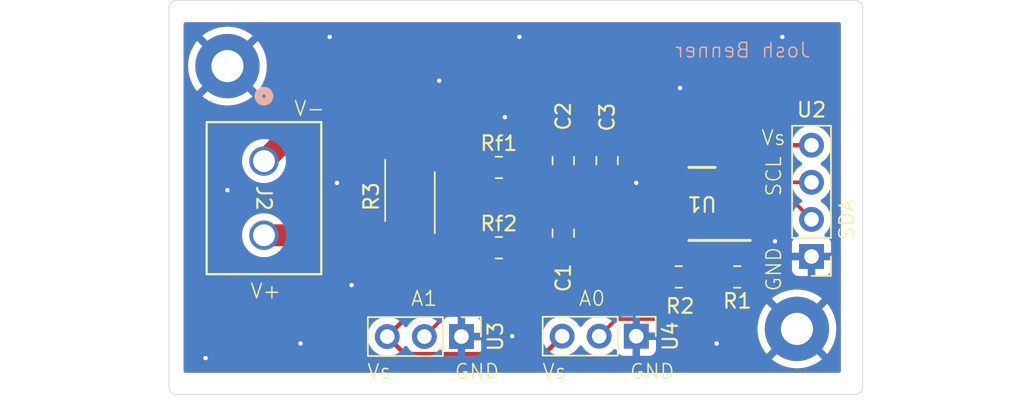
<source format=kicad_pcb>
(kicad_pcb (version 20240108) (generator "pcbnew") (generator_version "8.0")
  (layers (0 "F.Cu" signal) (31 "B.Cu" signal) (34 "B.Paste" user) (35 "F.Paste" user) (36 "B.SilkS" user "B.Silkscreen") (37 "F.SilkS" user "F.Silkscreen") (38 "B.Mask" user) (39 "F.Mask" user) (44 "Edge.Cuts" user))
  (net 0 "")
  (net 1 "Net-(U1-VIN-)")
  (net 2 "Net-(U1-VIN+)")
  (net 3 "Net-(U1-VS)")
  (net 4 "GND")
  (net 5 "Net-(R1-Pad2)")
  (net 6 "Net-(U1-A0)")
  (net 7 "Net-(U1-A1)")
  (net 8 "Net-(R2-Pad2)")
  (net 9 "Net-(J2-Pin_2)")
  (net 10 "Net-(J2-Pin_1)")
  (net 11 "Net-(R3-Pad3)")
  (net 12 "Net-(R3-Pad2)")
  (net 13 "/I2C_SCL")
  (net 14 "/I2C_SDA")
  (footprint "Resistor_SMD:R_0805_2012Metric" (layer "F.Cu") (at 195.4125 97.9625 180)
    (property "Reference" "R1" (at 0 -1.65 180) (layer "F.SilkS"))
    (property "Value" "0")
    (fp_line (start -0.227064 0.735) (end 0.227064 0.735) (stroke (width 0.12)) (layer "F.SilkS"))
    (fp_line (start -0.227064 -0.735) (end 0.227064 -0.735) (stroke (width 0.12)) (layer "F.SilkS"))
    (pad "1" smd roundrect (at -0.9125 0 180) (size 1.025 1.4) (layers "F.Cu" "F.Paste" "F.Mask") (roundrect_rratio 0.243902) (net 6 "Net-(U1-A0)"))
    (pad "2" smd roundrect (at 0.9125 0 180) (size 1.025 1.4) (layers "F.Cu" "F.Paste" "F.Mask") (roundrect_rratio 0.243902) (net 5 "Net-(R1-Pad2)"))
  )
  (footprint "Resistor_SMD:R_0805_2012Metric" (layer "F.Cu") (at 179.0875 90.4625)
    (property "Reference" "Rf1" (at 0 -1.65 0) (layer "F.SilkS"))
    (property "Value" "10Ω")
    (fp_line (start -0.227064 -0.735) (end 0.227064 -0.735) (stroke (width 0.12)) (layer "F.SilkS"))
    (fp_line (start -0.227064 0.735) (end 0.227064 0.735) (stroke (width 0.12)) (layer "F.SilkS"))
    (pad "1" smd roundrect (at -0.9125 0) (size 1.025 1.4) (layers "F.Cu" "F.Paste" "F.Mask") (roundrect_rratio 0.243902) (net 11 "Net-(R3-Pad3)"))
    (pad "2" smd roundrect (at 0.9125 0) (size 1.025 1.4) (layers "F.Cu" "F.Paste" "F.Mask") (roundrect_rratio 0.243902) (net 1 "Net-(U1-VIN-)"))
  )
  (footprint "UL_MBES_152:CONN_MBES-152_ALT" (layer "F.Cu") (at 163 90.0274 -90)
    (property "Reference" "J2" (at 2.54 0 -90) (layer "F.SilkS"))
    (property "Value" "Screw_Terminal_01x02")
    (fp_circle (center -4.445 0) (end -4.064 0) (stroke (width 0.508)) (fill none) (layer "B.SilkS"))
    (fp_line (start -2.667 3.9243) (end 7.747 3.9243) (stroke (width 0.1524)) (layer "F.SilkS"))
    (fp_line (start 7.747 3.9243) (end 7.747 -3.9243) (stroke (width 0.1524)) (layer "F.SilkS"))
    (fp_line (start -2.667 -3.9243) (end -2.667 3.9243) (stroke (width 0.1524)) (layer "F.SilkS"))
    (fp_line (start 7.747 -3.9243) (end -2.667 -3.9243) (stroke (width 0.1524)) (layer "F.SilkS"))
    (fp_circle (center -4.445 0) (end -4.064 0) (stroke (width 0.508)) (fill none) (layer "F.SilkS"))
    (pad "1" thru_hole circle (at 0 0 270) (size 2.0066 2.0066) (drill 1.4986) (layers "*.Cu" "*.Mask") (net 10 "Net-(J2-Pin_1)"))
    (pad "2" thru_hole circle (at 5.08 0 270) (size 2.0066 2.0066) (drill 1.4986) (layers "*.Cu" "*.Mask") (net 9 "Net-(J2-Pin_2)"))
  )
  (footprint "Connector_PinHeader_2.54mm:PinHeader_1x03_P2.54mm_Vertical" (layer "F.Cu") (at 188.5 102.021527 -90)
    (property "Reference" "U4" (at 0 -2.33 -90) (layer "F.SilkS"))
    (property "Value" "455-1705-ND")
    (fp_line (start -1.33 6.41) (end 1.33 6.41) (stroke (width 0.12)) (layer "F.SilkS"))
    (fp_line (start -1.33 1.27) (end -1.33 6.41) (stroke (width 0.12)) (layer "F.SilkS"))
    (fp_line (start -1.33 1.27) (end 1.33 1.27) (stroke (width 0.12)) (layer "F.SilkS"))
    (fp_line (start 1.33 1.27) (end 1.33 6.41) (stroke (width 0.12)) (layer "F.SilkS"))
    (fp_line (start -1.33 0) (end -1.33 -1.33) (stroke (width 0.12)) (layer "F.SilkS"))
    (fp_line (start -1.33 -1.33) (end 0 -1.33) (stroke (width 0.12)) (layer "F.SilkS"))
    (pad "1" thru_hole rect (at 0 0 270) (size 1.7 1.7) (drill 1) (layers "*.Cu" "*.Mask") (net 4 "GND"))
    (pad "2" thru_hole oval (at 0 2.54 270) (size 1.7 1.7) (drill 1) (layers "*.Cu" "*.Mask") (net 5 "Net-(R1-Pad2)"))
    (pad "3" thru_hole oval (at 0 5.08 270) (size 1.7 1.7) (drill 1) (layers "*.Cu" "*.Mask") (net 3 "Net-(U1-VS)"))
  )
  (footprint "Resistor_SMD:R_0805_2012Metric" (layer "F.Cu") (at 191.4125 97.9625)
    (property "Reference" "R2" (at 0.0875 2 0) (layer "F.SilkS"))
    (property "Value" "0")
    (fp_line (start -0.227064 -0.735) (end 0.227064 -0.735) (stroke (width 0.12)) (layer "F.SilkS"))
    (fp_line (start -0.227064 0.735) (end 0.227064 0.735) (stroke (width 0.12)) (layer "F.SilkS"))
    (pad "1" smd roundrect (at -0.9125 0) (size 1.025 1.4) (layers "F.Cu" "F.Paste" "F.Mask") (roundrect_rratio 0.243902) (net 7 "Net-(U1-A1)"))
    (pad "2" smd roundrect (at 0.9125 0) (size 1.025 1.4) (layers "F.Cu" "F.Paste" "F.Mask") (roundrect_rratio 0.243902) (net 8 "Net-(R2-Pad2)"))
  )
  (footprint "Connector_PinHeader_2.54mm:PinHeader_1x04_P2.54mm_Vertical" (layer "F.Cu") (at 200.5 96.561527 180)
    (property "Reference" "U2" (at 0 10.04 180) (layer "F.SilkS"))
    (property "Value" "455-1706-ND")
    (fp_line (start 1.33 1.27) (end 1.33 8.95) (stroke (width 0.12)) (layer "F.SilkS"))
    (fp_line (start -1.33 8.95) (end 1.33 8.95) (stroke (width 0.12)) (layer "F.SilkS"))
    (fp_line (start -1.33 1.27) (end 1.33 1.27) (stroke (width 0.12)) (layer "F.SilkS"))
    (fp_line (start -1.33 1.27) (end -1.33 8.95) (stroke (width 0.12)) (layer "F.SilkS"))
    (fp_line (start -1.33 0) (end -1.33 -1.33) (stroke (width 0.12)) (layer "F.SilkS"))
    (fp_line (start -1.33 -1.33) (end 0 -1.33) (stroke (width 0.12)) (layer "F.SilkS"))
    (pad "1" thru_hole rect (at 0 0 180) (size 1.7 1.7) (drill 1) (layers "*.Cu" "*.Mask") (net 4 "GND"))
    (pad "2" thru_hole oval (at 0 2.54 180) (size 1.7 1.7) (drill 1) (layers "*.Cu" "*.Mask") (net 14 "/I2C_SDA"))
    (pad "3" thru_hole oval (at 0 5.08 180) (size 1.7 1.7) (drill 1) (layers "*.Cu" "*.Mask") (net 13 "/I2C_SCL"))
    (pad "4" thru_hole oval (at 0 7.62 180) (size 1.7 1.7) (drill 1) (layers "*.Cu" "*.Mask") (net 3 "Net-(U1-VS)"))
  )
  (footprint "Capacitor_SMD:C_0805_2012Metric_Pad1.18x1.45mm_HandSolder" (layer "F.Cu") (at 183.5 90 90)
    (property "Reference" "C2" (at 3.0375 0 -90) (layer "F.SilkS"))
    (property "Value" "10µF")
    (fp_line (start -0.261252 -0.735) (end 0.261252 -0.735) (stroke (width 0.12)) (layer "F.SilkS"))
    (fp_line (start -0.261252 0.735) (end 0.261252 0.735) (stroke (width 0.12)) (layer "F.SilkS"))
    (pad "1" smd roundrect (at -1.0375 0 90) (size 1.175 1.45) (layers "F.Cu" "F.Paste" "F.Mask") (roundrect_rratio 0.212766) (net 4 "GND"))
    (pad "2" smd roundrect (at 1.0375 0 90) (size 1.175 1.45) (layers "F.Cu" "F.Paste" "F.Mask") (roundrect_rratio 0.212766) (net 3 "Net-(U1-VS)"))
  )
  (footprint "MountingHole:MountingHole_2.2mm_M2_Pad_TopBottom" (layer "F.Cu") (at 199.5 101.521527)
    (property "Reference" "REF**" (hide yes))
    (property "Value" "MountingHole_2.2mm_M2_Pad_TopBottom")
    (pad "1" thru_hole circle (at 0 0) (size 2.6 2.6) (drill 2.2) (layers "*.Cu" "*.Mask") (net 4 "GND"))
    (pad "1" connect circle (at 0 0) (size 4.4 4.4) (layers "F.Cu" "F.Mask") (net 4 "GND"))
    (pad "1" connect circle (at 0 0) (size 4.4 4.4) (layers "B.Cu" "B.Mask") (net 4 "GND"))
  )
  (footprint "Capacitor_SMD:C_0805_2012Metric_Pad1.18x1.45mm_HandSolder" (layer "F.Cu") (at 183.5 94.9625 90)
    (property "Reference" "C1" (at -3.0649 0 -90) (layer "F.SilkS"))
    (property "Value" ".1µF")
    (fp_line (start -0.261252 -0.735) (end 0.261252 -0.735) (stroke (width 0.12)) (layer "F.SilkS"))
    (fp_line (start -0.261252 0.735) (end 0.261252 0.735) (stroke (width 0.12)) (layer "F.SilkS"))
    (pad "1" smd roundrect (at -1.0375 0 90) (size 1.175 1.45) (layers "F.Cu" "F.Paste" "F.Mask") (roundrect_rratio 0.212766) (net 2 "Net-(U1-VIN+)"))
    (pad "2" smd roundrect (at 1.0375 0 90) (size 1.175 1.45) (layers "F.Cu" "F.Paste" "F.Mask") (roundrect_rratio 0.212766) (net 1 "Net-(U1-VIN-)"))
  )
  (footprint "Resistor_SMD:R_0805_2012Metric" (layer "F.Cu") (at 179.0875 95.9625)
    (property "Reference" "Rf2" (at 0 -1.65 0) (layer "F.SilkS"))
    (property "Value" "10Ω")
    (fp_line (start -0.227064 -0.735) (end 0.227064 -0.735) (stroke (width 0.12)) (layer "F.SilkS"))
    (fp_line (start -0.227064 0.735) (end 0.227064 0.735) (stroke (width 0.12)) (layer "F.SilkS"))
    (pad "1" smd roundrect (at -0.9125 0) (size 1.025 1.4) (layers "F.Cu" "F.Paste" "F.Mask") (roundrect_rratio 0.243902) (net 12 "Net-(R3-Pad2)"))
    (pad "2" smd roundrect (at 0.9125 0) (size 1.025 1.4) (layers "F.Cu" "F.Paste" "F.Mask") (roundrect_rratio 0.243902) (net 2 "Net-(U1-VIN+)"))
  )
  (footprint "Capacitor_SMD:C_0805_2012Metric_Pad1.18x1.45mm_HandSolder" (layer "F.Cu") (at 186.5 90 90)
    (property "Reference" "C3" (at 2.9726 0 -90) (layer "F.SilkS"))
    (property "Value" ".1µF")
    (fp_line (start -0.261252 -0.735) (end 0.261252 -0.735) (stroke (width 0.12)) (layer "F.SilkS"))
    (fp_line (start -0.261252 0.735) (end 0.261252 0.735) (stroke (width 0.12)) (layer "F.SilkS"))
    (pad "1" smd roundrect (at -1.0375 0 90) (size 1.175 1.45) (layers "F.Cu" "F.Paste" "F.Mask") (roundrect_rratio 0.212766) (net 4 "GND"))
    (pad "2" smd roundrect (at 1.0375 0 90) (size 1.175 1.45) (layers "F.Cu" "F.Paste" "F.Mask") (roundrect_rratio 0.212766) (net 3 "Net-(U1-VS)"))
  )
  (footprint "Resistor_SMD:R_Shunt_Vishay_WSK2512_6332Metric_T1.19mm" (layer "F.Cu") (at 173 92.4625 90)
    (property "Reference" "R3" (at 0 -2.65 -90) (layer "F.SilkS"))
    (property "Value" "R_Shunt")
    (fp_line (start -1.67 -1.7) (end 2.53 -1.7) (stroke (width 0.12)) (layer "F.SilkS"))
    (fp_line (start -2.5 1.7) (end 1.67 1.7) (stroke (width 0.12)) (layer "F.SilkS"))
    (pad "1" smd roundrect (at -2.985 -0.635 90) (size 2.29 2.03) (layers "F.Cu" "F.Paste" "F.Mask") (roundrect_rratio 0.12) (net 9 "Net-(J2-Pin_2)"))
    (pad "2" smd roundrect (at -3.43 1.27 90) (size 1.4 0.76) (layers "F.Cu" "F.Paste" "F.Mask") (roundrect_rratio 0.12) (net 12 "Net-(R3-Pad2)"))
    (pad "3" smd roundrect (at 3.43 -1.27 90) (size 1.4 0.76) (layers "F.Cu" "F.Paste" "F.Mask") (net 11 "Net-(R3-Pad3)"))
    (pad "4" smd roundrect (at 2.985 0.635 90) (size 2.29 2.03) (layers "F.Cu" "F.Paste" "F.Mask") (roundrect_rratio 0.12) (net 10 "Net-(J2-Pin_1)"))
  )
  (footprint "footprints:D0008A_N" (layer "F.Cu") (at 193 92.9625 180)
    (property "Reference" "U1" (at 0 0 180) (layer "F.SilkS"))
    (property "Value" "INA219AIDR")
    (fp_line (start -0.900001 2.5) (end 0.900001 2.5) (stroke (width 0.2)) (layer "F.SilkS"))
    (fp_line (start -3.300001 -2.5) (end 0.900001 -2.5) (stroke (width 0.2)) (layer "F.SilkS"))
    (pad "1" smd oval (at -2.4 -1.905 270) (size 0.599999 2.200001) (layers "F.Cu" "F.Paste" "F.Mask") (net 7 "Net-(U1-A1)"))
    (pad "2" smd oval (at -2.4 -0.635 270) (size 0.599999 2.200001) (layers "F.Cu" "F.Paste" "F.Mask") (net 6 "Net-(U1-A0)"))
    (pad "3" smd oval (at -2.4 0.635 270) (size 0.599999 2.200001) (layers "F.Cu" "F.Paste" "F.Mask") (net 14 "/I2C_SDA"))
    (pad "4" smd oval (at -2.4 1.905 270) (size 0.599999 2.200001) (layers "F.Cu" "F.Paste" "F.Mask") (net 13 "/I2C_SCL"))
    (pad "5" smd oval (at 2.4 1.905 270) (size 0.599999 2.200001) (layers "F.Cu" "F.Paste" "F.Mask") (net 3 "Net-(U1-VS)"))
    (pad "6" smd oval (at 2.4 0.635 270) (size 0.599999 2.200001) (layers "F.Cu" "F.Paste" "F.Mask") (net 4 "GND"))
    (pad "7" smd oval (at 2.4 -0.635 270) (size 0.599999 2.200001) (layers "F.Cu" "F.Paste" "F.Mask") (net 1 "Net-(U1-VIN-)"))
    (pad "8" smd oval (at 2.4 -1.905 270) (size 0.599999 2.200001) (layers "F.Cu" "F.Paste" "F.Mask") (net 2 "Net-(U1-VIN+)"))
  )
  (footprint "Connector_PinHeader_2.54mm:PinHeader_1x03_P2.54mm_Vertical" (layer "F.Cu") (at 176.525 102.046527 -90)
    (property "Reference" "U3" (at 0 -2.33 -90) (layer "F.SilkS"))
    (property "Value" "455-1705-ND")
    (fp_line (start -1.33 6.41) (end 1.33 6.41) (stroke (width 0.12)) (layer "F.SilkS"))
    (fp_line (start -1.33 1.27) (end -1.33 6.41) (stroke (width 0.12)) (layer "F.SilkS"))
    (fp_line (start -1.33 1.27) (end 1.33 1.27) (stroke (width 0.12)) (layer "F.SilkS"))
    (fp_line (start 1.33 1.27) (end 1.33 6.41) (stroke (width 0.12)) (layer "F.SilkS"))
    (fp_line (start -1.33 0) (end -1.33 -1.33) (stroke (width 0.12)) (layer "F.SilkS"))
    (fp_line (start -1.33 -1.33) (end 0 -1.33) (stroke (width 0.12)) (layer "F.SilkS"))
    (pad "1" thru_hole rect (at 0 0 270) (size 1.7 1.7) (drill 1) (layers "*.Cu" "*.Mask") (net 4 "GND"))
    (pad "2" thru_hole oval (at 0 2.54 270) (size 1.7 1.7) (drill 1) (layers "*.Cu" "*.Mask") (net 8 "Net-(R2-Pad2)"))
    (pad "3" thru_hole oval (at 0 5.08 270) (size 1.7 1.7) (drill 1) (layers "*.Cu" "*.Mask") (net 3 "Net-(U1-VS)"))
  )
  (footprint "MountingHole:MountingHole_2.2mm_M2_Pad_TopBottom" (layer "F.Cu") (at 160.5 83.521527)
    (property "Reference" "REF**" (hide yes))
    (property "Value" "MountingHole_2.2mm_M2_Pad_TopBottom")
    (pad "1" thru_hole circle (at 0 0) (size 2.6 2.6) (drill 2.2) (layers "*.Cu" "*.Mask") (net 4 "GND"))
    (pad "1" connect circle (at 0 0) (size 4.4 4.4) (layers "F.Cu" "F.Mask") (net 4 "GND"))
    (pad "1" connect circle (at 0 0) (size 4.4 4.4) (layers "B.Cu" "B.Mask") (net 4 "GND"))
  )
  (gr_line (start 156.5 105.521527) (end 156.5 79.521527) (stroke (width 0.05)) (layer "Edge.Cuts"))
  (gr_line (start 157 79.021527) (end 203.5 79.021527) (stroke (width 0.05)) (layer "Edge.Cuts"))
  (gr_arc (start 204 105.521527) (mid 203.853553 105.87508) (end 203.5 106.021527) (stroke (width 0.05)) (layer "Edge.Cuts"))
  (gr_line (start 204 79.521527) (end 204 105.521527) (stroke (width 0.05)) (layer "Edge.Cuts"))
  (gr_arc (start 156.5 79.521527) (mid 156.646447 79.167974) (end 157 79.021527) (stroke (width 0.05)) (layer "Edge.Cuts"))
  (gr_line (start 203.5 106.021527) (end 157 106.021527) (stroke (width 0.05)) (layer "Edge.Cuts"))
  (gr_arc (start 203.5 79.021527) (mid 203.853544 79.167975) (end 204 79.521527) (stroke (width 0.05)) (layer "Edge.Cuts"))
  (gr_arc (start 157 106.021527) (mid 156.646447 105.87508) (end 156.5 105.521527) (stroke (width 0.05)) (layer "Edge.Cuts"))
  (gr_text "Josh Benner\n" (at 200.5 83.021527 0) (layer "B.SilkS") (effects (font (size 1 1) (thickness 0.1)) (justify left bottom mirror)))
  (gr_text "GND\n" (at 198.5 99.021527 90) (layer "F.SilkS") (effects (font (size 1 1) (thickness 0.1)) (justify left bottom)))
  (gr_text "SDA\n" (at 203.5 95.521527 90) (layer "F.SilkS") (effects (font (size 1 1) (thickness 0.1)) (justify left bottom)))
  (gr_text "Vs\n" (at 197 89.021527 0) (layer "F.SilkS") (effects (font (size 1 1) (thickness 0.1)) (justify left bottom)))
  (gr_text "GND" (at 176 105.021527 0) (layer "F.SilkS") (effects (font (size 1 1) (thickness 0.1)) (justify left bottom)))
  (gr_text "A1\n" (at 173 100.021527 0) (layer "F.SilkS") (effects (font (size 1 1) (thickness 0.1)) (justify left bottom)))
  (gr_text "Vs\n" (at 182 105.021527 0) (layer "F.SilkS") (effects (font (size 1 1) (thickness 0.1)) (justify left bottom)))
  (gr_text "SCL" (at 198.5 92.521527 90) (layer "F.SilkS") (effects (font (size 1 1) (thickness 0.1)) (justify left bottom)))
  (gr_text "A0" (at 184.5 100.021527 0) (layer "F.SilkS") (effects (font (size 1 1) (thickness 0.1)) (justify left bottom)))
  (gr_text "V+\n" (at 162 99.521527 0) (layer "F.SilkS") (effects (font (size 1 1) (thickness 0.1)) (justify left bottom)))
  (gr_text "GND\n" (at 188 105.021527 0) (layer "F.SilkS") (effects (font (size 1 1) (thickness 0.1)) (justify left bottom)))
  (gr_text "Vs" (at 170 105.021527 0) (layer "F.SilkS") (effects (font (size 1 1) (thickness 0.1)) (justify left bottom)))
  (gr_text "V-\n" (at 165 87.021527 0) (layer "F.SilkS") (effects (font (size 1 1) (thickness 0.1)) (justify left bottom)))
  (segment (start 183.4625 93.925) (end 183.5 93.925) (width 0.25) (layer "F.Cu") (net 1))
  (segment (start 183.8275 93.5975) (end 183.5 93.925) (width 0.25) (layer "F.Cu") (net 1))
  (segment (start 180 90.4625) (end 183.4625 93.925) (width 0.25) (layer "F.Cu") (net 1))
  (segment (start 190.6 93.5975) (end 183.8275 93.5975) (width 0.25) (layer "F.Cu") (net 1))
  (segment (start 189.4675 96) (end 190.6 94.8675) (width 0.25) (layer "F.Cu") (net 2))
  (segment (start 183.4625 95.9625) (end 183.5 96) (width 0.25) (layer "F.Cu") (net 2))
  (segment (start 183.5 96) (end 189.4675 96) (width 0.25) (layer "F.Cu") (net 2))
  (segment (start 180 95.9625) (end 183.4625 95.9625) (width 0.25) (layer "F.Cu") (net 2))
  (segment (start 186.5 88.9625) (end 188.505 88.9625) (width 0.3) (layer "F.Cu") (net 3))
  (segment (start 190.6 91.0575) (end 188.505 88.9625) (width 0.3) (layer "F.Cu") (net 3))
  (segment (start 192.21 94.97674) (end 192.21 89.731527) (width 0.3) (layer "F.Cu") (net 3))
  (segment (start 192.21 89.731527) (end 193 88.941527) (width 0.3) (layer "F.Cu") (net 3))
  (segment (start 193 88.941527) (end 200.5 88.941527) (width 0.3) (layer "F.Cu") (net 3))
  (segment (start 172.645 103.246527) (end 171.445 102.046527) (width 0.3) (layer "F.Cu") (net 3))
  (segment (start 189.6375 97.257044) (end 189.982044 96.9125) (width 0.3) (layer "F.Cu") (net 3))
  (segment (start 176.234483 97.257044) (end 189.6375 97.257044) (width 0.3) (layer "F.Cu") (net 3))
  (segment (start 191.5 95.68674) (end 192.21 94.97674) (width 0.3) (layer "F.Cu") (net 3))
  (segment (start 190.6 91.0575) (end 190.884027 91.0575) (width 0.3) (layer "F.Cu") (net 3))
  (segment (start 189.982044 96.9125) (end 190.609027 96.9125) (width 0.3) (layer "F.Cu") (net 3))
  (segment (start 171.445 102.046527) (end 176.234483 97.257044) (width 0.3) (layer "F.Cu") (net 3))
  (segment (start 183.42 102.021527) (end 182.195 103.246527) (width 0.3) (layer "F.Cu") (net 3))
  (segment (start 182.195 103.246527) (end 172.645 103.246527) (width 0.3) (layer "F.Cu") (net 3))
  (segment (start 183.5 88.9625) (end 186.5 88.9625) (width 0.3) (layer "F.Cu") (net 3))
  (segment (start 190.884027 91.0575) (end 192.21 89.731527) (width 0.3) (layer "F.Cu") (net 3))
  (segment (start 190.609027 96.9125) (end 191.5 96.021527) (width 0.3) (layer "F.Cu") (net 3))
  (segment (start 191.5 96.021527) (end 191.5 95.68674) (width 0.3) (layer "F.Cu") (net 3))
  (via (at 167.5 81.521527) (size 0.6) (drill 0.3) (layers "F.Cu" "B.Cu") (net 4))
  (via (at 168 91.521527) (size 0.6) (drill 0.3) (layers "F.Cu" "B.Cu") (net 4))
  (via (at 191.5 85.021527) (size 0.6) (drill 0.3) (layers "F.Cu" "B.Cu") (net 4))
  (via (at 194 102.521527) (size 0.6) (drill 0.3) (layers "F.Cu" "B.Cu") (net 4))
  (via (at 165.5 102.521527) (size 0.6) (drill 0.3) (layers "F.Cu" "B.Cu") (net 4))
  (via (at 180 102.021527) (size 0.6) (drill 0.3) (layers "F.Cu" "B.Cu") (net 4))
  (via (at 160.5 92.021527) (size 0.6) (drill 0.3) (layers "F.Cu" "B.Cu") (net 4))
  (via (at 159 103.521527) (size 0.6) (drill 0.3) (layers "F.Cu" "B.Cu") (net 4))
  (via (at 175 84.521527) (size 0.6) (drill 0.3) (layers "F.Cu" "B.Cu") (net 4))
  (via (at 188.5 91.521527) (size 0.6) (drill 0.3) (layers "F.Cu" "B.Cu") (net 4))
  (via (at 180.5 81.521527) (size 0.6) (drill 0.3) (layers "F.Cu" "B.Cu") (net 4))
  (via (at 179.5 87.021527) (size 0.6) (drill 0.3) (layers "F.Cu" "B.Cu") (net 4))
  (via (at 198 95.521527) (size 0.6) (drill 0.3) (layers "F.Cu" "B.Cu") (net 4))
  (via (at 169 98.521527) (size 0.6) (drill 0.3) (layers "F.Cu" "B.Cu") (net 4))
  (via (at 198.5 81.521527) (size 0.6) (drill 0.3) (layers "F.Cu" "B.Cu") (net 4))
  (segment (start 187.135 100.846527) (end 191.615973 100.846527) (width 0.25) (layer "F.Cu") (net 5))
  (segment (start 191.615973 100.846527) (end 194.5 97.9625) (width 0.25) (layer "F.Cu") (net 5))
  (segment (start 185.96 102.021527) (end 187.135 100.846527) (width 0.25) (layer "F.Cu") (net 5))
  (segment (start 196.825001 94.608617) (end 196.825001 97.462499) (width 0.25) (layer "F.Cu") (net 6))
  (segment (start 195.813884 93.5975) (end 196.825001 94.608617) (width 0.25) (layer "F.Cu") (net 6))
  (segment (start 195.4 93.5975) (end 195.813884 93.5975) (width 0.25) (layer "F.Cu") (net 6))
  (segment (start 196.825001 97.462499) (end 196.325 97.9625) (width 0.25) (layer "F.Cu") (net 6))
  (segment (start 195.4 94.8675) (end 193.595 94.8675) (width 0.25) (layer "F.Cu") (net 7))
  (segment (start 193.595 94.8675) (end 190.5 97.9625) (width 0.25) (layer "F.Cu") (net 7))
  (segment (start 175.635 100.396527) (end 189.890973 100.396527) (width 0.25) (layer "F.Cu") (net 8))
  (segment (start 173.985 102.046527) (end 175.635 100.396527) (width 0.25) (layer "F.Cu") (net 8))
  (segment (start 189.890973 100.396527) (end 192.325 97.9625) (width 0.25) (layer "F.Cu") (net 8))
  (segment (start 163 95.1074) (end 172.0249 95.1074) (width 1.5) (layer "F.Cu") (net 9))
  (segment (start 172.0249 95.1074) (end 172.365 95.4475) (width 1.5) (layer "F.Cu") (net 9))
  (segment (start 173.635 88.332501) (end 173.635 89.4775) (width 1.5) (layer "F.Cu") (net 10))
  (segment (start 172.634999 87.3325) (end 165.6949 87.3325) (width 1.5) (layer "F.Cu") (net 10))
  (segment (start 165.6949 87.3325) (end 163 90.0274) (width 1.5) (layer "F.Cu") (net 10))
  (segment (start 173.635 88.332501) (end 172.634999 87.3325) (width 1.5) (layer "F.Cu") (net 10))
  (segment (start 171.73 90.126884) (end 173.065616 91.4625) (width 0.25) (layer "F.Cu") (net 11))
  (segment (start 171.73 89.0325) (end 171.73 90.126884) (width 0.25) (layer "F.Cu") (net 11))
  (segment (start 177.175 91.4625) (end 178.175 90.4625) (width 0.25) (layer "F.Cu") (net 11))
  (segment (start 173.065616 91.4625) (end 177.175 91.4625) (width 0.25) (layer "F.Cu") (net 11))
  (segment (start 174.27 95.8925) (end 178.105 95.8925) (width 0.25) (layer "F.Cu") (net 12))
  (segment (start 178.105 95.8925) (end 178.175 95.9625) (width 0.25) (layer "F.Cu") (net 12))
  (segment (start 195.824027 91.481527) (end 195.4 91.0575) (width 0.25) (layer "F.Cu") (net 13))
  (segment (start 200.5 91.481527) (end 195.824027 91.481527) (width 0.25) (layer "F.Cu") (net 13))
  (segment (start 195.4 92.3275) (end 198.805973 92.3275) (width 0.25) (layer "F.Cu") (net 14))
  (segment (start 198.805973 92.3275) (end 200.5 94.021527) (width 0.25) (layer "F.Cu") (net 14))
  (zone (net 0) (net_name "") (layer "F.Cu") (connect_pads (clearance 0)) (min_thickness 0.25)
    (keepout (tracks allowed) (vias allowed) (pads allowed) (copperpour not_allowed) (footprints allowed))
    (fill (thermal_gap 0.5) (thermal_bridge_width 0.5))
    (polygon (pts (xy 171 88.021527) (xy 171 97.021527) (xy 175 97.021527) (xy 175 88.021527)))
  )
  (zone (net 4) (net_name "GND") (layers "F&B.Cu") (connect_pads (clearance 0.5)) (min_thickness 0.25) (fill yes (thermal_gap 0.5) (thermal_bridge_width 0.5))
    (polygon (pts (xy 157.5 80.521527) (xy 157.5 104.521527) (xy 202.5 104.521527) (xy 202.5 80.521527)))
  )
)
</source>
